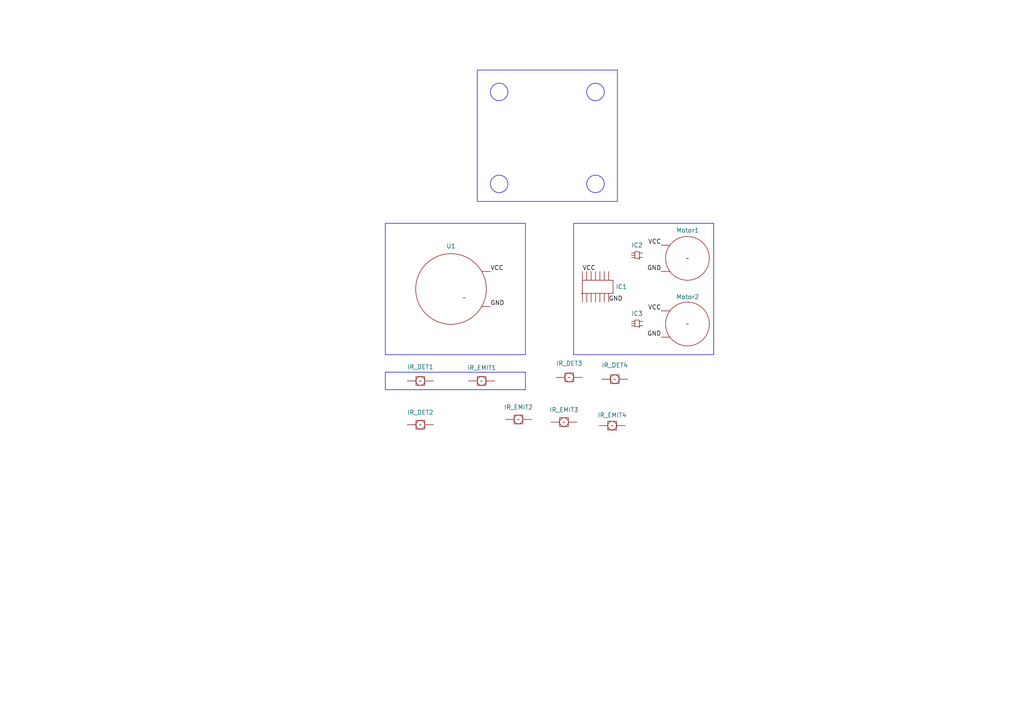
<source format=kicad_sch>
(kicad_sch (version 20230121) (generator eeschema)

  (uuid c4588ae0-b1ff-4f3f-95c8-8b062f6a0dcc)

  (paper "A4")

  (lib_symbols
    (symbol "AND_GATE_1" (pin_numbers hide) (pin_names hide) (in_bom yes) (on_board yes)
      (property "Reference" "IC2" (at -0.254 -4.318 0)
        (effects (font (size 1.27 1.27)))
      )
      (property "Value" "" (at 0 0 0)
        (effects (font (size 1.27 1.27)))
      )
      (property "Footprint" "" (at 0 0 0)
        (effects (font (size 1.27 1.27)) hide)
      )
      (property "Datasheet" "" (at 0 0 0)
        (effects (font (size 1.27 1.27)) hide)
      )
      (symbol "AND_GATE_1_0_1"
        (rectangle (start 0 1.27) (end 1.905 0)
          (stroke (width 0) (type default))
          (fill (type none))
        )
      )
      (symbol "AND_GATE_1_1_1"
        (pin passive line (at 0.254 -1.016 90) (length 1)
          (name "B" (effects (font (size 1.27 1.27))))
          (number "1" (effects (font (size 1.27 1.27))))
        )
        (pin passive line (at 1.524 -1.016 90) (length 1)
          (name "A" (effects (font (size 1.27 1.27))))
          (number "2" (effects (font (size 1.27 1.27))))
        )
        (pin passive line (at 0.889 2.286 270) (length 1)
          (name "GND" (effects (font (size 1.27 1.27))))
          (number "3" (effects (font (size 1.27 1.27))))
        )
        (pin passive line (at 1.524 2.286 270) (length 1)
          (name "Y" (effects (font (size 1.27 1.27))))
          (number "4" (effects (font (size 1.27 1.27))))
        )
        (pin power_in line (at 0.254 2.286 270) (length 1)
          (name "VCC" (effects (font (size 1.27 1.27))))
          (number "5" (effects (font (size 1.27 1.27))))
        )
      )
    )
    (symbol "MOM_Library:AND_GATE" (pin_numbers hide) (pin_names hide) (in_bom yes) (on_board yes)
      (property "Reference" "IC2" (at -0.254 -4.318 0)
        (effects (font (size 1.27 1.27)))
      )
      (property "Value" "" (at 0 0 0)
        (effects (font (size 1.27 1.27)))
      )
      (property "Footprint" "" (at 0 0 0)
        (effects (font (size 1.27 1.27)) hide)
      )
      (property "Datasheet" "" (at 0 0 0)
        (effects (font (size 1.27 1.27)) hide)
      )
      (symbol "AND_GATE_0_1"
        (rectangle (start 0 1.27) (end 1.905 0)
          (stroke (width 0) (type default))
          (fill (type none))
        )
      )
      (symbol "AND_GATE_1_1"
        (pin passive line (at 0.254 -1.016 90) (length 1)
          (name "B" (effects (font (size 1.27 1.27))))
          (number "1" (effects (font (size 1.27 1.27))))
        )
        (pin passive line (at 1.524 -1.016 90) (length 1)
          (name "A" (effects (font (size 1.27 1.27))))
          (number "2" (effects (font (size 1.27 1.27))))
        )
        (pin passive line (at 0.889 2.286 270) (length 1)
          (name "GND" (effects (font (size 1.27 1.27))))
          (number "3" (effects (font (size 1.27 1.27))))
        )
        (pin passive line (at 1.524 2.286 270) (length 1)
          (name "Y" (effects (font (size 1.27 1.27))))
          (number "4" (effects (font (size 1.27 1.27))))
        )
        (pin power_in line (at 0.254 2.286 270) (length 1)
          (name "VCC" (effects (font (size 1.27 1.27))))
          (number "5" (effects (font (size 1.27 1.27))))
        )
      )
    )
    (symbol "MOM_Library:COIN_BATTERY" (pin_numbers hide) (pin_names hide) (in_bom yes) (on_board yes)
      (property "Reference" "U" (at 1.27 -12.7 0)
        (effects (font (size 1.27 1.27)))
      )
      (property "Value" "" (at 3.81 -2.54 0)
        (effects (font (size 1.27 1.27)))
      )
      (property "Footprint" "" (at 3.81 -2.54 0)
        (effects (font (size 1.27 1.27)) hide)
      )
      (property "Datasheet" "" (at 3.81 -2.54 0)
        (effects (font (size 1.27 1.27)) hide)
      )
      (symbol "COIN_BATTERY_1_1"
        (circle (center 0 0) (radius 10.2391)
          (stroke (width 0) (type default))
          (fill (type none))
        )
        (pin power_out line (at 11.43 -5.08 180) (length 2.54)
          (name "V+" (effects (font (size 1.27 1.27))))
          (number "1" (effects (font (size 1.27 1.27))))
        )
        (pin passive line (at 11.43 5.08 180) (length 2.54)
          (name "GND" (effects (font (size 1.27 1.27))))
          (number "2" (effects (font (size 1.27 1.27))))
        )
      )
    )
    (symbol "MOM_Library:LOGIC_IC" (pin_numbers hide) (pin_names hide) (in_bom yes) (on_board yes)
      (property "Reference" "IC1" (at 0 -6.35 0)
        (effects (font (size 1.27 1.27)))
      )
      (property "Value" "" (at 0 0 0)
        (effects (font (size 1.27 1.27)))
      )
      (property "Footprint" "" (at 0 0 0)
        (effects (font (size 1.27 1.27)) hide)
      )
      (property "Datasheet" "" (at 0 0 0)
        (effects (font (size 1.27 1.27)) hide)
      )
      (symbol "LOGIC_IC_0_1"
        (rectangle (start 0 3.81) (end 8.89 0)
          (stroke (width 0) (type default))
          (fill (type none))
        )
      )
      (symbol "LOGIC_IC_1_0"
        (pin passive line (at 0 -2.54 90) (length 2.54)
          (name "1A" (effects (font (size 1.27 1.27))))
          (number "1" (effects (font (size 1.27 1.27))))
        )
        (pin passive line (at 5.08 6.35 270) (length 2.54)
          (name "3B" (effects (font (size 1.27 1.27))))
          (number "10" (effects (font (size 1.27 1.27))))
        )
        (pin passive line (at 3.81 6.35 270) (length 2.54)
          (name "4Y" (effects (font (size 1.27 1.27))))
          (number "11" (effects (font (size 1.27 1.27))))
        )
        (pin passive line (at 2.54 6.35 270) (length 2.54)
          (name "4A" (effects (font (size 1.27 1.27))))
          (number "12" (effects (font (size 1.27 1.27))))
        )
        (pin passive line (at 1.27 6.35 270) (length 2.54)
          (name "4B" (effects (font (size 1.27 1.27))))
          (number "13" (effects (font (size 1.27 1.27))))
        )
        (pin power_in line (at 0 6.35 270) (length 2.54)
          (name "VCC" (effects (font (size 1.27 1.27))))
          (number "14" (effects (font (size 1.27 1.27))))
        )
        (pin passive line (at 1.27 -2.54 90) (length 2.54)
          (name "1B" (effects (font (size 1.27 1.27))))
          (number "2" (effects (font (size 1.27 1.27))))
        )
        (pin passive line (at 2.54 -2.54 90) (length 2.54)
          (name "1Y" (effects (font (size 1.27 1.27))))
          (number "3" (effects (font (size 1.27 1.27))))
        )
        (pin passive line (at 3.81 -2.54 90) (length 2.54)
          (name "2A" (effects (font (size 1.27 1.27))))
          (number "4" (effects (font (size 1.27 1.27))))
        )
        (pin passive line (at 5.08 -2.54 90) (length 2.54)
          (name "2B" (effects (font (size 1.27 1.27))))
          (number "5" (effects (font (size 1.27 1.27))))
        )
        (pin passive line (at 6.35 -2.54 90) (length 2.54)
          (name "2Y" (effects (font (size 1.27 1.27))))
          (number "6" (effects (font (size 1.27 1.27))))
        )
        (pin passive line (at 7.62 -2.54 90) (length 2.54)
          (name "GND" (effects (font (size 1.27 1.27))))
          (number "7" (effects (font (size 1.27 1.27))))
        )
        (pin passive line (at 7.62 6.35 270) (length 2.54)
          (name "3Y" (effects (font (size 1.27 1.27))))
          (number "8" (effects (font (size 1.27 1.27))))
        )
        (pin passive line (at 6.35 6.35 270) (length 2.54)
          (name "3A" (effects (font (size 1.27 1.27))))
          (number "9" (effects (font (size 1.27 1.27))))
        )
      )
    )
    (symbol "MOM_Library:VEMD2523X01" (pin_numbers hide) (pin_names hide) (in_bom yes) (on_board yes)
      (property "Reference" "IR_DET" (at 0 -3.81 0)
        (effects (font (size 1.27 1.27)))
      )
      (property "Value" "" (at 0 0 0)
        (effects (font (size 1.27 1.27)))
      )
      (property "Footprint" "" (at 0 0 0)
        (effects (font (size 1.27 1.27)) hide)
      )
      (property "Datasheet" "" (at 0 0 0)
        (effects (font (size 1.27 1.27)) hide)
      )
      (symbol "VEMD2523X01_0_1"
        (rectangle (start -1.27 1.27) (end 1.27 -1.27)
          (stroke (width 0) (type default))
          (fill (type none))
        )
        (circle (center 0 0) (radius 1.27)
          (stroke (width 0) (type default))
          (fill (type none))
        )
      )
      (symbol "VEMD2523X01_1_1"
        (pin input line (at -3.81 0 0) (length 2.54)
          (name "V+" (effects (font (size 1.27 1.27))))
          (number "1" (effects (font (size 1.27 1.27))))
        )
        (pin output line (at 3.81 0 180) (length 2.54)
          (name "V-" (effects (font (size 1.27 1.27))))
          (number "2" (effects (font (size 1.27 1.27))))
        )
      )
    )
    (symbol "MOM_Library:VIBR_MOTOR" (pin_numbers hide) (pin_names hide) (in_bom yes) (on_board yes)
      (property "Reference" "Motor" (at 0 -8.89 0)
        (effects (font (size 1.27 1.27)))
      )
      (property "Value" "" (at 0 0 0)
        (effects (font (size 1.27 1.27)))
      )
      (property "Footprint" "" (at 0 0 0)
        (effects (font (size 1.27 1.27)) hide)
      )
      (property "Datasheet" "" (at 0 0 0)
        (effects (font (size 1.27 1.27)) hide)
      )
      (symbol "VIBR_MOTOR_0_1"
        (circle (center 0 0) (radius 6.35)
          (stroke (width 0) (type default))
          (fill (type none))
        )
      )
      (symbol "VIBR_MOTOR_1_1"
        (pin power_in line (at 7.62 3.81 180) (length 2.54)
          (name "V+" (effects (font (size 1.27 1.27))))
          (number "1" (effects (font (size 1.27 1.27))))
        )
        (pin passive line (at 7.62 -3.81 180) (length 2.54)
          (name "GND" (effects (font (size 1.27 1.27))))
          (number "2" (effects (font (size 1.27 1.27))))
        )
      )
    )
    (symbol "MOM_Library:VSMY2853GX01" (pin_numbers hide) (pin_names hide) (in_bom yes) (on_board yes)
      (property "Reference" "IR_EMIT" (at 0 -3.81 0)
        (effects (font (size 1.27 1.27)))
      )
      (property "Value" "" (at 0 0 0)
        (effects (font (size 1.27 1.27)))
      )
      (property "Footprint" "" (at 0 0 0)
        (effects (font (size 1.27 1.27)) hide)
      )
      (property "Datasheet" "" (at 0 0 0)
        (effects (font (size 1.27 1.27)) hide)
      )
      (symbol "VSMY2853GX01_0_1"
        (rectangle (start -1.27 1.27) (end 1.27 -1.27)
          (stroke (width 0) (type default))
          (fill (type none))
        )
        (circle (center 0 0) (radius 1.27)
          (stroke (width 0) (type default))
          (fill (type none))
        )
      )
      (symbol "VSMY2853GX01_1_1"
        (pin input line (at -3.81 0 0) (length 2.54)
          (name "V+" (effects (font (size 1.27 1.27))))
          (number "1" (effects (font (size 1.27 1.27))))
        )
        (pin output line (at 3.81 0 180) (length 2.54)
          (name "V-" (effects (font (size 1.27 1.27))))
          (number "2" (effects (font (size 1.27 1.27))))
        )
      )
    )
    (symbol "VEMD2523X01_1" (pin_numbers hide) (pin_names hide) (in_bom yes) (on_board yes)
      (property "Reference" "IR_DET" (at 0 -3.81 0)
        (effects (font (size 1.27 1.27)))
      )
      (property "Value" "" (at 0 0 0)
        (effects (font (size 1.27 1.27)))
      )
      (property "Footprint" "" (at 0 0 0)
        (effects (font (size 1.27 1.27)) hide)
      )
      (property "Datasheet" "" (at 0 0 0)
        (effects (font (size 1.27 1.27)) hide)
      )
      (symbol "VEMD2523X01_1_0_1"
        (rectangle (start -1.27 1.27) (end 1.27 -1.27)
          (stroke (width 0) (type default))
          (fill (type none))
        )
        (circle (center 0 0) (radius 1.27)
          (stroke (width 0) (type default))
          (fill (type none))
        )
      )
      (symbol "VEMD2523X01_1_1_1"
        (pin input line (at -3.81 0 0) (length 2.54)
          (name "V+" (effects (font (size 1.27 1.27))))
          (number "1" (effects (font (size 1.27 1.27))))
        )
        (pin output line (at 3.81 0 180) (length 2.54)
          (name "V-" (effects (font (size 1.27 1.27))))
          (number "2" (effects (font (size 1.27 1.27))))
        )
      )
    )
    (symbol "VEMD2523X01_2" (pin_numbers hide) (pin_names hide) (in_bom yes) (on_board yes)
      (property "Reference" "IR_DET" (at 0 -3.81 0)
        (effects (font (size 1.27 1.27)))
      )
      (property "Value" "" (at 0 0 0)
        (effects (font (size 1.27 1.27)))
      )
      (property "Footprint" "" (at 0 0 0)
        (effects (font (size 1.27 1.27)) hide)
      )
      (property "Datasheet" "" (at 0 0 0)
        (effects (font (size 1.27 1.27)) hide)
      )
      (symbol "VEMD2523X01_2_0_1"
        (rectangle (start -1.27 1.27) (end 1.27 -1.27)
          (stroke (width 0) (type default))
          (fill (type none))
        )
        (circle (center 0 0) (radius 1.27)
          (stroke (width 0) (type default))
          (fill (type none))
        )
      )
      (symbol "VEMD2523X01_2_1_1"
        (pin input line (at -3.81 0 0) (length 2.54)
          (name "V+" (effects (font (size 1.27 1.27))))
          (number "1" (effects (font (size 1.27 1.27))))
        )
        (pin output line (at 3.81 0 180) (length 2.54)
          (name "V-" (effects (font (size 1.27 1.27))))
          (number "2" (effects (font (size 1.27 1.27))))
        )
      )
    )
    (symbol "VEMD2523X01_3" (pin_numbers hide) (pin_names hide) (in_bom yes) (on_board yes)
      (property "Reference" "IR_DET" (at 0 -3.81 0)
        (effects (font (size 1.27 1.27)))
      )
      (property "Value" "" (at 0 0 0)
        (effects (font (size 1.27 1.27)))
      )
      (property "Footprint" "" (at 0 0 0)
        (effects (font (size 1.27 1.27)) hide)
      )
      (property "Datasheet" "" (at 0 0 0)
        (effects (font (size 1.27 1.27)) hide)
      )
      (symbol "VEMD2523X01_3_0_1"
        (rectangle (start -1.27 1.27) (end 1.27 -1.27)
          (stroke (width 0) (type default))
          (fill (type none))
        )
        (circle (center 0 0) (radius 1.27)
          (stroke (width 0) (type default))
          (fill (type none))
        )
      )
      (symbol "VEMD2523X01_3_1_1"
        (pin input line (at -3.81 0 0) (length 2.54)
          (name "V+" (effects (font (size 1.27 1.27))))
          (number "1" (effects (font (size 1.27 1.27))))
        )
        (pin output line (at 3.81 0 180) (length 2.54)
          (name "V-" (effects (font (size 1.27 1.27))))
          (number "2" (effects (font (size 1.27 1.27))))
        )
      )
    )
    (symbol "VIBR_MOTOR_1" (pin_numbers hide) (pin_names hide) (in_bom yes) (on_board yes)
      (property "Reference" "Motor" (at 0 -8.89 0)
        (effects (font (size 1.27 1.27)))
      )
      (property "Value" "" (at 0 0 0)
        (effects (font (size 1.27 1.27)))
      )
      (property "Footprint" "" (at 0 0 0)
        (effects (font (size 1.27 1.27)) hide)
      )
      (property "Datasheet" "" (at 0 0 0)
        (effects (font (size 1.27 1.27)) hide)
      )
      (symbol "VIBR_MOTOR_1_0_1"
        (circle (center 0 0) (radius 6.35)
          (stroke (width 0) (type default))
          (fill (type none))
        )
      )
      (symbol "VIBR_MOTOR_1_1_1"
        (pin power_in line (at 7.62 3.81 180) (length 2.54)
          (name "V+" (effects (font (size 1.27 1.27))))
          (number "1" (effects (font (size 1.27 1.27))))
        )
        (pin passive line (at 7.62 -3.81 180) (length 2.54)
          (name "GND" (effects (font (size 1.27 1.27))))
          (number "2" (effects (font (size 1.27 1.27))))
        )
      )
    )
    (symbol "VSMY2853GX01_1" (pin_numbers hide) (pin_names hide) (in_bom yes) (on_board yes)
      (property "Reference" "IR_EMIT" (at 0 -3.81 0)
        (effects (font (size 1.27 1.27)))
      )
      (property "Value" "" (at 0 0 0)
        (effects (font (size 1.27 1.27)))
      )
      (property "Footprint" "" (at 0 0 0)
        (effects (font (size 1.27 1.27)) hide)
      )
      (property "Datasheet" "" (at 0 0 0)
        (effects (font (size 1.27 1.27)) hide)
      )
      (symbol "VSMY2853GX01_1_0_1"
        (rectangle (start -1.27 1.27) (end 1.27 -1.27)
          (stroke (width 0) (type default))
          (fill (type none))
        )
        (circle (center 0 0) (radius 1.27)
          (stroke (width 0) (type default))
          (fill (type none))
        )
      )
      (symbol "VSMY2853GX01_1_1_1"
        (pin input line (at -3.81 0 0) (length 2.54)
          (name "V+" (effects (font (size 1.27 1.27))))
          (number "1" (effects (font (size 1.27 1.27))))
        )
        (pin output line (at 3.81 0 180) (length 2.54)
          (name "V-" (effects (font (size 1.27 1.27))))
          (number "2" (effects (font (size 1.27 1.27))))
        )
      )
    )
    (symbol "VSMY2853GX01_2" (pin_numbers hide) (pin_names hide) (in_bom yes) (on_board yes)
      (property "Reference" "IR_EMIT" (at 0 -3.81 0)
        (effects (font (size 1.27 1.27)))
      )
      (property "Value" "" (at 0 0 0)
        (effects (font (size 1.27 1.27)))
      )
      (property "Footprint" "" (at 0 0 0)
        (effects (font (size 1.27 1.27)) hide)
      )
      (property "Datasheet" "" (at 0 0 0)
        (effects (font (size 1.27 1.27)) hide)
      )
      (symbol "VSMY2853GX01_2_0_1"
        (rectangle (start -1.27 1.27) (end 1.27 -1.27)
          (stroke (width 0) (type default))
          (fill (type none))
        )
        (circle (center 0 0) (radius 1.27)
          (stroke (width 0) (type default))
          (fill (type none))
        )
      )
      (symbol "VSMY2853GX01_2_1_1"
        (pin input line (at -3.81 0 0) (length 2.54)
          (name "V+" (effects (font (size 1.27 1.27))))
          (number "1" (effects (font (size 1.27 1.27))))
        )
        (pin output line (at 3.81 0 180) (length 2.54)
          (name "V-" (effects (font (size 1.27 1.27))))
          (number "2" (effects (font (size 1.27 1.27))))
        )
      )
    )
    (symbol "VSMY2853GX01_3" (pin_numbers hide) (pin_names hide) (in_bom yes) (on_board yes)
      (property "Reference" "IR_EMIT" (at 0 -3.81 0)
        (effects (font (size 1.27 1.27)))
      )
      (property "Value" "" (at 0 0 0)
        (effects (font (size 1.27 1.27)))
      )
      (property "Footprint" "" (at 0 0 0)
        (effects (font (size 1.27 1.27)) hide)
      )
      (property "Datasheet" "" (at 0 0 0)
        (effects (font (size 1.27 1.27)) hide)
      )
      (symbol "VSMY2853GX01_3_0_1"
        (rectangle (start -1.27 1.27) (end 1.27 -1.27)
          (stroke (width 0) (type default))
          (fill (type none))
        )
        (circle (center 0 0) (radius 1.27)
          (stroke (width 0) (type default))
          (fill (type none))
        )
      )
      (symbol "VSMY2853GX01_3_1_1"
        (pin input line (at -3.81 0 0) (length 2.54)
          (name "V+" (effects (font (size 1.27 1.27))))
          (number "1" (effects (font (size 1.27 1.27))))
        )
        (pin output line (at 3.81 0 180) (length 2.54)
          (name "V-" (effects (font (size 1.27 1.27))))
          (number "2" (effects (font (size 1.27 1.27))))
        )
      )
    )
  )


  (circle (center 144.78 53.34) (radius 2.54)
    (stroke (width 0) (type default))
    (fill (type none))
    (uuid 09a20527-22a5-4f5b-b4d9-a1bc4bf7b102)
  )
  (rectangle (start 111.76 107.95) (end 152.4 113.03)
    (stroke (width 0) (type default))
    (fill (type none))
    (uuid 605a097e-f382-46b5-8bf6-194b62baa8d0)
  )
  (rectangle (start 111.76 64.77) (end 152.4 102.87)
    (stroke (width 0) (type default))
    (fill (type none))
    (uuid ae1e7537-dcff-4570-a240-307fdb9c3170)
  )
  (circle (center 172.72 26.67) (radius 2.54)
    (stroke (width 0) (type default))
    (fill (type none))
    (uuid c423151c-1510-4ca8-9a22-2c11d082e57b)
  )
  (circle (center 172.72 53.34) (radius 2.54)
    (stroke (width 0) (type default))
    (fill (type none))
    (uuid c943e273-73bd-4776-8f79-a9015f8f6cb1)
  )
  (rectangle (start 166.37 64.77) (end 207.01 102.87)
    (stroke (width 0) (type default))
    (fill (type none))
    (uuid e0c11bf5-342b-4947-af97-73140248db94)
  )
  (rectangle (start 138.43 20.32) (end 179.07 58.42)
    (stroke (width 0) (type default))
    (fill (type none))
    (uuid f2e29344-8379-4ab0-b75c-4cae3ed32b85)
  )
  (circle (center 144.78 26.67) (radius 2.54)
    (stroke (width 0) (type default))
    (fill (type none))
    (uuid f780a896-3b81-4478-94de-8c396c404987)
  )

  (label "GND" (at 191.77 78.74 180) (fields_autoplaced)
    (effects (font (size 1.27 1.27)) (justify right bottom))
    (uuid 00f4c0bf-02eb-43bd-8a96-100ef2c90d2d)
  )
  (label "GND" (at 176.53 87.63 0) (fields_autoplaced)
    (effects (font (size 1.27 1.27)) (justify left bottom))
    (uuid 20f25c71-fcb4-4c83-9bea-6265e89fde8b)
  )
  (label "VCC" (at 142.24 78.74 0) (fields_autoplaced)
    (effects (font (size 1.27 1.27)) (justify left bottom))
    (uuid 3d4885e7-ab15-484f-8e61-2827668680d7)
  )
  (label "GND" (at 191.77 97.79 180) (fields_autoplaced)
    (effects (font (size 1.27 1.27)) (justify right bottom))
    (uuid 481e0005-3a70-46a3-baf8-3c93b2b37366)
  )
  (label "VCC" (at 191.77 90.17 180) (fields_autoplaced)
    (effects (font (size 1.27 1.27)) (justify right bottom))
    (uuid 4faa820a-b990-4555-a540-e388f57e4d04)
  )
  (label "GND" (at 142.24 88.9 0) (fields_autoplaced)
    (effects (font (size 1.27 1.27)) (justify left bottom))
    (uuid 809249fc-e447-4961-a066-1ae9c1b374c2)
  )
  (label "VCC" (at 168.91 78.74 0) (fields_autoplaced)
    (effects (font (size 1.27 1.27)) (justify left bottom))
    (uuid da9860a2-a562-4751-9229-cfbb55448a2f)
  )
  (label "VCC" (at 191.77 71.12 180) (fields_autoplaced)
    (effects (font (size 1.27 1.27)) (justify right bottom))
    (uuid e88f0281-b7e8-47dd-b258-3e10d92aeb4d)
  )

  (symbol (lib_name "VEMD2523X01_1") (lib_id "MOM_Library:VEMD2523X01") (at 121.92 110.49 0) (unit 1)
    (in_bom yes) (on_board yes) (dnp no) (fields_autoplaced)
    (uuid 0c4b1f39-7075-4acc-9dd0-f63165d51bd4)
    (property "Reference" "IR_DET1" (at 121.92 106.426 0)
      (effects (font (size 1.27 1.27)))
    )
    (property "Value" "~" (at 121.92 110.49 0)
      (effects (font (size 1.27 1.27)))
    )
    (property "Footprint" "" (at 121.92 110.49 0)
      (effects (font (size 1.27 1.27)) hide)
    )
    (property "Datasheet" "" (at 121.92 110.49 0)
      (effects (font (size 1.27 1.27)) hide)
    )
    (pin "1" (uuid 331a6d79-bbf2-40cd-aa8d-18d59c28b2a3))
    (pin "2" (uuid 3fdb0a1e-8259-49b9-ae50-1971d5e7ad62))
    (instances
      (project "MOM KiCad Project"
        (path "/c4588ae0-b1ff-4f3f-95c8-8b062f6a0dcc"
          (reference "IR_DET1") (unit 1)
        )
      )
    )
  )

  (symbol (lib_id "MOM_Library:LOGIC_IC") (at 168.91 85.09 0) (unit 1)
    (in_bom yes) (on_board yes) (dnp no) (fields_autoplaced)
    (uuid 0ffbdcb7-4ec9-4ece-a69c-43daa1619cc4)
    (property "Reference" "IC1" (at 178.562 83.185 0)
      (effects (font (size 1.27 1.27)) (justify left))
    )
    (property "Value" "~" (at 168.91 85.09 0)
      (effects (font (size 1.27 1.27)))
    )
    (property "Footprint" "" (at 168.91 85.09 0)
      (effects (font (size 1.27 1.27)) hide)
    )
    (property "Datasheet" "" (at 168.91 85.09 0)
      (effects (font (size 1.27 1.27)) hide)
    )
    (pin "1" (uuid 9363e436-ce75-4a5e-92d9-09249d16058e))
    (pin "10" (uuid bd02c803-62a7-4b6e-a0ac-c9229e361c7b))
    (pin "11" (uuid 3d6d3014-f7fe-48b6-9946-2564d73b3733))
    (pin "12" (uuid 369b8beb-a052-4d17-b345-bce216a67c34))
    (pin "13" (uuid e01e654a-e50c-4a65-b366-19c206f14713))
    (pin "14" (uuid a4a492c6-95f7-4e47-9b43-a9e87db3b1d7))
    (pin "2" (uuid 384ad048-8554-4885-8720-70d330246fb5))
    (pin "3" (uuid 2bc0d0e5-6885-4072-9d34-ffa8b67d1d3b))
    (pin "4" (uuid c207f10c-6d6a-47a5-97e0-49d554dd6277))
    (pin "5" (uuid 0b54231d-3056-4a46-8f46-71a491a1b4df))
    (pin "6" (uuid c2cdbd4e-7919-4b73-88a8-f4e366c8d6d2))
    (pin "7" (uuid 8664f93e-29eb-4060-9036-8f2658602e2d))
    (pin "8" (uuid b0daa635-10a6-46d4-b638-14873c9e18d1))
    (pin "9" (uuid 5f9bd274-75f5-4bd7-8729-03e6fd3c25a1))
    (instances
      (project "MOM KiCad Project"
        (path "/c4588ae0-b1ff-4f3f-95c8-8b062f6a0dcc"
          (reference "IC1") (unit 1)
        )
      )
    )
  )

  (symbol (lib_name "VEMD2523X01_3") (lib_id "MOM_Library:VEMD2523X01") (at 165.1 109.474 0) (unit 1)
    (in_bom yes) (on_board yes) (dnp no) (fields_autoplaced)
    (uuid 10113c9f-8585-4ab5-a7e6-d2dcdef4b221)
    (property "Reference" "IR_DET3" (at 165.1 105.41 0)
      (effects (font (size 1.27 1.27)))
    )
    (property "Value" "~" (at 165.1 109.474 0)
      (effects (font (size 1.27 1.27)))
    )
    (property "Footprint" "" (at 165.1 109.474 0)
      (effects (font (size 1.27 1.27)) hide)
    )
    (property "Datasheet" "" (at 165.1 109.474 0)
      (effects (font (size 1.27 1.27)) hide)
    )
    (pin "1" (uuid 9fc80ddc-c3ef-4587-9490-375906f218e6))
    (pin "2" (uuid d121fb3d-f8fc-48d9-8e9f-a2eff9d20114))
    (instances
      (project "MOM KiCad Project"
        (path "/c4588ae0-b1ff-4f3f-95c8-8b062f6a0dcc"
          (reference "IR_DET3") (unit 1)
        )
      )
    )
  )

  (symbol (lib_name "VIBR_MOTOR_1") (lib_id "MOM_Library:VIBR_MOTOR") (at 199.39 74.93 180) (unit 1)
    (in_bom yes) (on_board yes) (dnp no)
    (uuid 149d13b7-ac5d-4ae0-a26b-f24256d63f8d)
    (property "Reference" "Motor1" (at 196.088 66.802 0)
      (effects (font (size 1.27 1.27)) (justify right))
    )
    (property "Value" "~" (at 199.39 74.93 0)
      (effects (font (size 1.27 1.27)))
    )
    (property "Footprint" "" (at 199.39 74.93 0)
      (effects (font (size 1.27 1.27)) hide)
    )
    (property "Datasheet" "" (at 199.39 74.93 0)
      (effects (font (size 1.27 1.27)) hide)
    )
    (pin "1" (uuid 018a02b5-86db-43e3-b882-03a93c8881f7))
    (pin "2" (uuid 02be41cd-665d-4984-9074-18394844ddd5))
    (instances
      (project "MOM KiCad Project"
        (path "/c4588ae0-b1ff-4f3f-95c8-8b062f6a0dcc"
          (reference "Motor1") (unit 1)
        )
      )
    )
  )

  (symbol (lib_name "VSMY2853GX01_3") (lib_id "MOM_Library:VSMY2853GX01") (at 163.576 122.428 0) (unit 1)
    (in_bom yes) (on_board yes) (dnp no) (fields_autoplaced)
    (uuid 297a62f7-613c-489d-803c-146a486fb500)
    (property "Reference" "IR_EMIT3" (at 163.576 118.872 0)
      (effects (font (size 1.27 1.27)))
    )
    (property "Value" "~" (at 163.576 122.428 0)
      (effects (font (size 1.27 1.27)))
    )
    (property "Footprint" "" (at 163.576 122.428 0)
      (effects (font (size 1.27 1.27)) hide)
    )
    (property "Datasheet" "" (at 163.576 122.428 0)
      (effects (font (size 1.27 1.27)) hide)
    )
    (pin "1" (uuid 97c5d144-18f6-4daf-ab53-412951ccd448))
    (pin "2" (uuid f0f11d33-e976-4e46-8202-46925ab96c97))
    (instances
      (project "MOM KiCad Project"
        (path "/c4588ae0-b1ff-4f3f-95c8-8b062f6a0dcc"
          (reference "IR_EMIT3") (unit 1)
        )
      )
    )
  )

  (symbol (lib_id "MOM_Library:COIN_BATTERY") (at 130.81 83.82 0) (unit 1)
    (in_bom yes) (on_board yes) (dnp no) (fields_autoplaced)
    (uuid 2d6ea42d-e8ca-4188-88d2-aefe9e434272)
    (property "Reference" "U1" (at 130.81 71.374 0)
      (effects (font (size 1.27 1.27)))
    )
    (property "Value" "~" (at 134.62 86.36 0)
      (effects (font (size 1.27 1.27)))
    )
    (property "Footprint" "" (at 134.62 86.36 0)
      (effects (font (size 1.27 1.27)) hide)
    )
    (property "Datasheet" "" (at 134.62 86.36 0)
      (effects (font (size 1.27 1.27)) hide)
    )
    (pin "1" (uuid f837e9c2-3fdb-457c-b03d-d1c5023d4020))
    (pin "2" (uuid 23e1aba1-6e57-4c46-b991-f0f30dfe6466))
    (instances
      (project "MOM KiCad Project"
        (path "/c4588ae0-b1ff-4f3f-95c8-8b062f6a0dcc"
          (reference "U1") (unit 1)
        )
      )
    )
  )

  (symbol (lib_name "VSMY2853GX01_1") (lib_id "MOM_Library:VSMY2853GX01") (at 139.7 110.49 0) (unit 1)
    (in_bom yes) (on_board yes) (dnp no) (fields_autoplaced)
    (uuid 399cb6c0-d6b6-49a7-9622-92d775df1b9d)
    (property "Reference" "IR_EMIT1" (at 139.7 106.68 0)
      (effects (font (size 1.27 1.27)))
    )
    (property "Value" "~" (at 139.7 110.49 0)
      (effects (font (size 1.27 1.27)))
    )
    (property "Footprint" "" (at 139.7 110.49 0)
      (effects (font (size 1.27 1.27)) hide)
    )
    (property "Datasheet" "" (at 139.7 110.49 0)
      (effects (font (size 1.27 1.27)) hide)
    )
    (pin "1" (uuid da3e53c7-f7c1-4e67-8ea9-b4afa2868ba7))
    (pin "2" (uuid 1238dec1-6561-41f1-abc6-a87191db8b63))
    (instances
      (project "MOM KiCad Project"
        (path "/c4588ae0-b1ff-4f3f-95c8-8b062f6a0dcc"
          (reference "IR_EMIT1") (unit 1)
        )
      )
    )
  )

  (symbol (lib_id "MOM_Library:AND_GATE") (at 185.42 74.93 90) (unit 1)
    (in_bom yes) (on_board yes) (dnp no) (fields_autoplaced)
    (uuid 3f574902-98b6-4d47-96a6-e7c1f5c8399b)
    (property "Reference" "IC2" (at 184.785 71.12 90)
      (effects (font (size 1.27 1.27)))
    )
    (property "Value" "~" (at 185.42 74.93 0)
      (effects (font (size 1.27 1.27)))
    )
    (property "Footprint" "" (at 185.42 74.93 0)
      (effects (font (size 1.27 1.27)) hide)
    )
    (property "Datasheet" "" (at 185.42 74.93 0)
      (effects (font (size 1.27 1.27)) hide)
    )
    (pin "1" (uuid aa730e86-9275-4a83-9f8f-4551242ff5ff))
    (pin "2" (uuid 61c25ae3-200e-4cc7-a9df-506daadb0d01))
    (pin "3" (uuid 3d3b97c5-a140-4ba0-9ce2-ed263ef9a07c))
    (pin "4" (uuid c7b5db1d-bc94-4e26-8f9c-fc36de9df07b))
    (pin "5" (uuid 095c1d25-8ebd-4e6b-8174-d4412c39375c))
    (instances
      (project "MOM KiCad Project"
        (path "/c4588ae0-b1ff-4f3f-95c8-8b062f6a0dcc"
          (reference "IC2") (unit 1)
        )
      )
    )
  )

  (symbol (lib_id "MOM_Library:VEMD2523X01") (at 178.308 109.982 0) (unit 1)
    (in_bom yes) (on_board yes) (dnp no) (fields_autoplaced)
    (uuid 6f5fb5b5-0bec-4dca-ba40-fd15e93ca446)
    (property "Reference" "IR_DET4" (at 178.308 105.918 0)
      (effects (font (size 1.27 1.27)))
    )
    (property "Value" "~" (at 178.308 109.982 0)
      (effects (font (size 1.27 1.27)))
    )
    (property "Footprint" "" (at 178.308 109.982 0)
      (effects (font (size 1.27 1.27)) hide)
    )
    (property "Datasheet" "" (at 178.308 109.982 0)
      (effects (font (size 1.27 1.27)) hide)
    )
    (pin "1" (uuid 72697932-be76-4357-a8f2-2447e7d7e6e5))
    (pin "2" (uuid 1d48b93e-6fb8-43de-bc4b-6907671291b4))
    (instances
      (project "MOM KiCad Project"
        (path "/c4588ae0-b1ff-4f3f-95c8-8b062f6a0dcc"
          (reference "IR_DET4") (unit 1)
        )
      )
    )
  )

  (symbol (lib_id "MOM_Library:VSMY2853GX01") (at 177.546 123.444 0) (unit 1)
    (in_bom yes) (on_board yes) (dnp no) (fields_autoplaced)
    (uuid 74e69a14-c988-49b1-9898-270490f96b30)
    (property "Reference" "IR_EMIT4" (at 177.546 120.396 0)
      (effects (font (size 1.27 1.27)))
    )
    (property "Value" "~" (at 177.546 123.444 0)
      (effects (font (size 1.27 1.27)))
    )
    (property "Footprint" "" (at 177.546 123.444 0)
      (effects (font (size 1.27 1.27)) hide)
    )
    (property "Datasheet" "" (at 177.546 123.444 0)
      (effects (font (size 1.27 1.27)) hide)
    )
    (pin "1" (uuid 1a2cab31-0e57-499e-9880-b03a84e9cc32))
    (pin "2" (uuid d7059462-d06b-4a4d-85c8-9f606e9e9b12))
    (instances
      (project "MOM KiCad Project"
        (path "/c4588ae0-b1ff-4f3f-95c8-8b062f6a0dcc"
          (reference "IR_EMIT4") (unit 1)
        )
      )
    )
  )

  (symbol (lib_name "VSMY2853GX01_2") (lib_id "MOM_Library:VSMY2853GX01") (at 150.368 121.666 0) (unit 1)
    (in_bom yes) (on_board yes) (dnp no) (fields_autoplaced)
    (uuid cfa8f55a-1fc8-40c5-8167-30a2fd84b174)
    (property "Reference" "IR_EMIT2" (at 150.368 118.11 0)
      (effects (font (size 1.27 1.27)))
    )
    (property "Value" "~" (at 150.368 121.666 0)
      (effects (font (size 1.27 1.27)))
    )
    (property "Footprint" "" (at 150.368 121.666 0)
      (effects (font (size 1.27 1.27)) hide)
    )
    (property "Datasheet" "" (at 150.368 121.666 0)
      (effects (font (size 1.27 1.27)) hide)
    )
    (pin "1" (uuid daf0261a-af9f-4070-86ab-193502966350))
    (pin "2" (uuid 1ff34907-1456-439c-8824-d3c813febde2))
    (instances
      (project "MOM KiCad Project"
        (path "/c4588ae0-b1ff-4f3f-95c8-8b062f6a0dcc"
          (reference "IR_EMIT2") (unit 1)
        )
      )
    )
  )

  (symbol (lib_name "VEMD2523X01_2") (lib_id "MOM_Library:VEMD2523X01") (at 121.92 123.19 0) (unit 1)
    (in_bom yes) (on_board yes) (dnp no) (fields_autoplaced)
    (uuid d197c401-012c-45ff-8fc2-b9006f6ac250)
    (property "Reference" "IR_DET2" (at 121.92 119.634 0)
      (effects (font (size 1.27 1.27)))
    )
    (property "Value" "~" (at 121.92 123.19 0)
      (effects (font (size 1.27 1.27)))
    )
    (property "Footprint" "" (at 121.92 123.19 0)
      (effects (font (size 1.27 1.27)) hide)
    )
    (property "Datasheet" "" (at 121.92 123.19 0)
      (effects (font (size 1.27 1.27)) hide)
    )
    (pin "1" (uuid 094153ac-65ed-43a6-8d6f-eef693f67a3d))
    (pin "2" (uuid 29f141b3-9c15-447e-989c-87ea16bd2bd1))
    (instances
      (project "MOM KiCad Project"
        (path "/c4588ae0-b1ff-4f3f-95c8-8b062f6a0dcc"
          (reference "IR_DET2") (unit 1)
        )
      )
    )
  )

  (symbol (lib_id "MOM_Library:VIBR_MOTOR") (at 199.39 93.98 180) (unit 1)
    (in_bom yes) (on_board yes) (dnp no)
    (uuid d56d21dd-ad41-4d36-ba72-3514ed8a5665)
    (property "Reference" "Motor2" (at 196.088 86.106 0)
      (effects (font (size 1.27 1.27)) (justify right))
    )
    (property "Value" "~" (at 199.39 93.98 0)
      (effects (font (size 1.27 1.27)))
    )
    (property "Footprint" "" (at 199.39 93.98 0)
      (effects (font (size 1.27 1.27)) hide)
    )
    (property "Datasheet" "" (at 199.39 93.98 0)
      (effects (font (size 1.27 1.27)) hide)
    )
    (pin "1" (uuid 11ec6590-0d07-4bf4-ba22-eeaa9ccef402))
    (pin "2" (uuid 634cb64a-37c6-4d2a-ab60-250eaf0033ea))
    (instances
      (project "MOM KiCad Project"
        (path "/c4588ae0-b1ff-4f3f-95c8-8b062f6a0dcc"
          (reference "Motor2") (unit 1)
        )
      )
    )
  )

  (symbol (lib_name "AND_GATE_1") (lib_id "MOM_Library:AND_GATE") (at 185.42 94.742 90) (unit 1)
    (in_bom yes) (on_board yes) (dnp no) (fields_autoplaced)
    (uuid e2adf1a5-cfef-4306-b927-550646109c62)
    (property "Reference" "IC3" (at 184.785 90.932 90)
      (effects (font (size 1.27 1.27)))
    )
    (property "Value" "~" (at 185.42 94.742 0)
      (effects (font (size 1.27 1.27)))
    )
    (property "Footprint" "" (at 185.42 94.742 0)
      (effects (font (size 1.27 1.27)) hide)
    )
    (property "Datasheet" "" (at 185.42 94.742 0)
      (effects (font (size 1.27 1.27)) hide)
    )
    (pin "1" (uuid a56964d2-75bb-4fbd-8cda-513a0d633262))
    (pin "2" (uuid 44afa93a-9ec7-4a16-8148-74210e148341))
    (pin "3" (uuid 71b80d65-1a95-48af-b6e0-4578a824c46c))
    (pin "4" (uuid 99fbd9dc-799f-4684-870e-1943995af1e0))
    (pin "5" (uuid 9fb7f9e3-a95f-4f88-ad65-8e1fb55177f0))
    (instances
      (project "MOM KiCad Project"
        (path "/c4588ae0-b1ff-4f3f-95c8-8b062f6a0dcc"
          (reference "IC3") (unit 1)
        )
      )
    )
  )

  (sheet_instances
    (path "/" (page "1"))
  )
)

</source>
